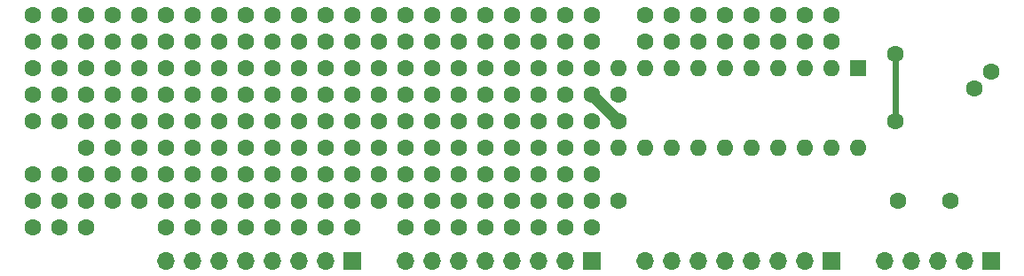
<source format=gbr>
G04 #@! TF.GenerationSoftware,KiCad,Pcbnew,(5.1.8)-1*
G04 #@! TF.CreationDate,2022-05-21T00:46:39+03:00*
G04 #@! TF.ProjectId,template,74656d70-6c61-4746-952e-6b696361645f,rev?*
G04 #@! TF.SameCoordinates,Original*
G04 #@! TF.FileFunction,Copper,L1,Top*
G04 #@! TF.FilePolarity,Positive*
%FSLAX46Y46*%
G04 Gerber Fmt 4.6, Leading zero omitted, Abs format (unit mm)*
G04 Created by KiCad (PCBNEW (5.1.8)-1) date 2022-05-21 00:46:39*
%MOMM*%
%LPD*%
G01*
G04 APERTURE LIST*
G04 #@! TA.AperFunction,ComponentPad*
%ADD10O,1.700000X1.700000*%
G04 #@! TD*
G04 #@! TA.AperFunction,ComponentPad*
%ADD11R,1.700000X1.700000*%
G04 #@! TD*
G04 #@! TA.AperFunction,ComponentPad*
%ADD12C,1.600000*%
G04 #@! TD*
G04 #@! TA.AperFunction,ComponentPad*
%ADD13R,1.600000X1.600000*%
G04 #@! TD*
G04 #@! TA.AperFunction,ComponentPad*
%ADD14O,1.600000X1.600000*%
G04 #@! TD*
G04 #@! TA.AperFunction,ViaPad*
%ADD15C,1.600000*%
G04 #@! TD*
G04 #@! TA.AperFunction,Conductor*
%ADD16C,0.600000*%
G04 #@! TD*
G04 #@! TA.AperFunction,Conductor*
%ADD17C,1.200000*%
G04 #@! TD*
G04 APERTURE END LIST*
D10*
X83820000Y-64135000D03*
X86360000Y-64135000D03*
X88900000Y-64135000D03*
X91440000Y-64135000D03*
X93980000Y-64135000D03*
X96520000Y-64135000D03*
X99060000Y-64135000D03*
D11*
X101600000Y-64135000D03*
D10*
X60960000Y-64135000D03*
X63500000Y-64135000D03*
X66040000Y-64135000D03*
X68580000Y-64135000D03*
X71120000Y-64135000D03*
X73660000Y-64135000D03*
X76200000Y-64135000D03*
D11*
X78740000Y-64135000D03*
D10*
X38100000Y-64135000D03*
X40640000Y-64135000D03*
X43180000Y-64135000D03*
X45720000Y-64135000D03*
X48260000Y-64135000D03*
X50800000Y-64135000D03*
X53340000Y-64135000D03*
D11*
X55880000Y-64135000D03*
D12*
X107950000Y-58420000D03*
X112950000Y-58420000D03*
D13*
X104140000Y-45720000D03*
D14*
X81280000Y-53340000D03*
X101600000Y-45720000D03*
X83820000Y-53340000D03*
X99060000Y-45720000D03*
X86360000Y-53340000D03*
X96520000Y-45720000D03*
X88900000Y-53340000D03*
X93980000Y-45720000D03*
X91440000Y-53340000D03*
X91440000Y-45720000D03*
X93980000Y-53340000D03*
X88900000Y-45720000D03*
X96520000Y-53340000D03*
X86360000Y-45720000D03*
X99060000Y-53340000D03*
X83820000Y-45720000D03*
X101600000Y-53340000D03*
X81280000Y-45720000D03*
X104140000Y-53340000D03*
D11*
X116840000Y-64135000D03*
D10*
X114300000Y-64135000D03*
X111760000Y-64135000D03*
X109220000Y-64135000D03*
X106680000Y-64135000D03*
D15*
X76200000Y-53340000D03*
X76200000Y-55880000D03*
X76200000Y-58420000D03*
X73660000Y-55880000D03*
X73660000Y-58420000D03*
X73660000Y-53340000D03*
X71120000Y-55880000D03*
X71120000Y-58420000D03*
X71120000Y-53340000D03*
X68580000Y-55880000D03*
X68580000Y-58420000D03*
X68580000Y-53340000D03*
X66040000Y-55880000D03*
X66040000Y-58420000D03*
X66040000Y-53340000D03*
X63500000Y-55880000D03*
X63500000Y-58420000D03*
X63500000Y-53340000D03*
X60960000Y-55880000D03*
X60960000Y-58420000D03*
X60960000Y-53340000D03*
X58420000Y-55880000D03*
X58420000Y-58420000D03*
X58420000Y-53340000D03*
X55880000Y-55880000D03*
X55880000Y-58420000D03*
X55880000Y-53340000D03*
X53340000Y-55880000D03*
X53340000Y-58420000D03*
X53340000Y-53340000D03*
X50800000Y-55880000D03*
X50800000Y-58420000D03*
X50800000Y-53340000D03*
X48260000Y-55880000D03*
X48260000Y-58420000D03*
X48260000Y-53340000D03*
X45720000Y-55880000D03*
X45720000Y-58420000D03*
X45720000Y-53340000D03*
X43180000Y-55880000D03*
X43180000Y-58420000D03*
X43180000Y-53340000D03*
X40640000Y-55880000D03*
X40640000Y-58420000D03*
X40640000Y-53340000D03*
X38100000Y-55880000D03*
X38100000Y-58420000D03*
X38100000Y-53340000D03*
X35560000Y-55880000D03*
X35560000Y-58420000D03*
X35560000Y-53340000D03*
X33020000Y-55880000D03*
X33020000Y-58420000D03*
X33020000Y-53340000D03*
X78740000Y-58420000D03*
X78740000Y-55880000D03*
X78740000Y-53340000D03*
X76200000Y-43180000D03*
X76200000Y-45720000D03*
X76200000Y-40640000D03*
X78740000Y-43180000D03*
X78740000Y-40640000D03*
X78740000Y-45720000D03*
X50800000Y-45720000D03*
X45720000Y-45720000D03*
X53340000Y-43180000D03*
X40640000Y-45720000D03*
X50800000Y-40640000D03*
X45720000Y-40640000D03*
X48260000Y-43180000D03*
X35560000Y-45720000D03*
X40640000Y-40640000D03*
X43180000Y-43180000D03*
X35560000Y-40640000D03*
X38100000Y-43180000D03*
X38100000Y-45720000D03*
X35560000Y-43180000D03*
X33020000Y-43180000D03*
X33020000Y-40640000D03*
X40640000Y-43180000D03*
X38100000Y-40640000D03*
X43180000Y-45720000D03*
X45720000Y-43180000D03*
X43180000Y-40640000D03*
X48260000Y-45720000D03*
X50800000Y-43180000D03*
X48260000Y-40640000D03*
X53340000Y-40640000D03*
X53340000Y-45720000D03*
X33020000Y-45720000D03*
X73660000Y-45720000D03*
X73660000Y-43180000D03*
X73660000Y-40640000D03*
X71120000Y-45720000D03*
X71120000Y-43180000D03*
X71120000Y-40640000D03*
X68580000Y-45720000D03*
X68580000Y-43180000D03*
X68580000Y-40640000D03*
X66040000Y-45720000D03*
X66040000Y-43180000D03*
X66040000Y-40640000D03*
X63500000Y-45720000D03*
X63500000Y-43180000D03*
X63500000Y-40640000D03*
X60960000Y-45720000D03*
X60960000Y-43180000D03*
X60960000Y-40640000D03*
X58420000Y-45720000D03*
X58420000Y-43180000D03*
X58420000Y-40640000D03*
X55880000Y-45720000D03*
X55880000Y-43180000D03*
X55880000Y-40640000D03*
X27940000Y-43180000D03*
X27940000Y-40640000D03*
X27940000Y-45720000D03*
X27940000Y-58420000D03*
X25400000Y-40640000D03*
X25400000Y-43180000D03*
X25400000Y-45720000D03*
X25400000Y-58420000D03*
X25400000Y-60960000D03*
X27940000Y-60960000D03*
X30480000Y-40640000D03*
X30480000Y-43180000D03*
X30480000Y-45720000D03*
X30480000Y-58420000D03*
X30480000Y-60960000D03*
X30480000Y-53340000D03*
X30480000Y-55880000D03*
X38100000Y-60960000D03*
X40640000Y-60960000D03*
X43180000Y-60960000D03*
X45720000Y-60960000D03*
X48260000Y-60960000D03*
X50800000Y-60960000D03*
X53340000Y-60960000D03*
X55880000Y-60960000D03*
X60960000Y-60960000D03*
X63500000Y-60960000D03*
X66040000Y-60960000D03*
X68580000Y-60960000D03*
X71120000Y-60960000D03*
X73660000Y-60960000D03*
X76200000Y-60960000D03*
X78740000Y-60960000D03*
X116840000Y-46037500D03*
X25400000Y-48260000D03*
X33020000Y-48260000D03*
X81280000Y-50800000D03*
X76200000Y-48260000D03*
X73660000Y-48260000D03*
X71120000Y-48260000D03*
X68580000Y-48260000D03*
X66040000Y-48260000D03*
X63500000Y-48260000D03*
X60960000Y-48260000D03*
X58420000Y-48260000D03*
X55880000Y-48260000D03*
X53340000Y-48260000D03*
X50800000Y-48260000D03*
X48260000Y-48260000D03*
X45720000Y-48260000D03*
X43180000Y-48260000D03*
X40640000Y-48260000D03*
X38100000Y-48260000D03*
X35560000Y-48260000D03*
X27940000Y-48260000D03*
X107710000Y-44372500D03*
X107710000Y-50800000D03*
X30480000Y-48260000D03*
X78740000Y-48260000D03*
X25400000Y-50800000D03*
X33020000Y-50800000D03*
X35560000Y-50800000D03*
X38100000Y-50800000D03*
X40640000Y-50800000D03*
X43180000Y-50800000D03*
X45720000Y-50800000D03*
X48260000Y-50800000D03*
X50800000Y-50800000D03*
X53340000Y-50800000D03*
X55880000Y-50800000D03*
X58420000Y-50800000D03*
X60960000Y-50800000D03*
X63500000Y-50800000D03*
X66040000Y-50800000D03*
X68580000Y-50800000D03*
X71120000Y-50800000D03*
X73660000Y-50800000D03*
X76200000Y-50800000D03*
X81280000Y-48260000D03*
X27940000Y-50800000D03*
X30480000Y-50800000D03*
X78740000Y-50800000D03*
X101600000Y-43180000D03*
X101600000Y-40640000D03*
X99060000Y-43180000D03*
X99060000Y-40640000D03*
X96520000Y-43180000D03*
X96520000Y-40640000D03*
X93980000Y-43180000D03*
X93980000Y-40640000D03*
X91440000Y-43180000D03*
X91440000Y-40640000D03*
X88900000Y-43180000D03*
X88900000Y-40640000D03*
X86360000Y-43180000D03*
X86360000Y-40640000D03*
X83820000Y-43180000D03*
X83820000Y-40640000D03*
X81280000Y-58420000D03*
X115252500Y-47625000D03*
X25400000Y-55880000D03*
X27940000Y-55880000D03*
D16*
X107710000Y-44372500D02*
X107710000Y-50800000D01*
D17*
X78740000Y-48260000D02*
X81280000Y-50800000D01*
M02*

</source>
